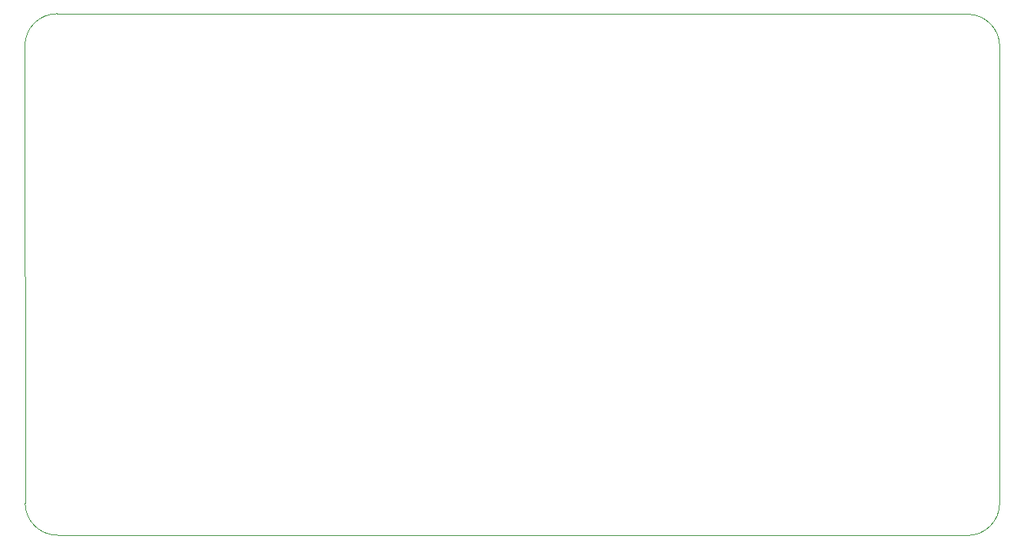
<source format=gm1>
G04 #@! TF.GenerationSoftware,KiCad,Pcbnew,5.1.12-84ad8e8a86~92~ubuntu20.04.1*
G04 #@! TF.CreationDate,2021-11-09T00:40:46+01:00*
G04 #@! TF.ProjectId,CC dimmer low voltage,43432064-696d-46d6-9572-206c6f772076,0.80*
G04 #@! TF.SameCoordinates,Original*
G04 #@! TF.FileFunction,Profile,NP*
%FSLAX46Y46*%
G04 Gerber Fmt 4.6, Leading zero omitted, Abs format (unit mm)*
G04 Created by KiCad (PCBNEW 5.1.12-84ad8e8a86~92~ubuntu20.04.1) date 2021-11-09 00:40:46*
%MOMM*%
%LPD*%
G01*
G04 APERTURE LIST*
G04 #@! TA.AperFunction,Profile*
%ADD10C,0.100000*%
G04 #@! TD*
G04 APERTURE END LIST*
D10*
X94740441Y-72233200D02*
X94766000Y-122718200D01*
X202262000Y-72305000D02*
X202262000Y-122755000D01*
X198706000Y-68749000D02*
X98296400Y-68694200D01*
X198706000Y-126311000D02*
X98322000Y-126274200D01*
X94740441Y-72233200D02*
G75*
G02*
X98296400Y-68694200I3555959J-17000D01*
G01*
X98322000Y-126274200D02*
G75*
G02*
X94766000Y-122718200I0J3556000D01*
G01*
X198706000Y-68749000D02*
G75*
G02*
X202262000Y-72305000I0J-3556000D01*
G01*
X202262000Y-122755000D02*
G75*
G02*
X198706000Y-126311000I-3556000J0D01*
G01*
M02*

</source>
